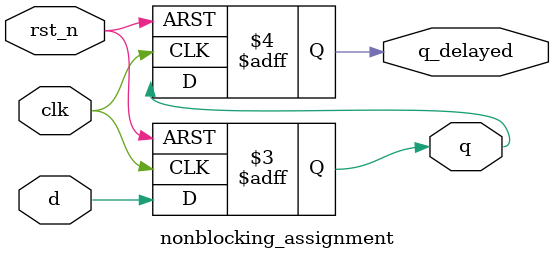
<source format=sv>
module nonblocking_assignment (
  input  logic clk,
  input  logic rst_n,
  input  logic d,
  output logic q,
  output logic q_delayed
);
  
  // Sequential logic with non-blocking assignments
  always_ff @(posedge clk or negedge rst_n) begin
    if (!rst_n) begin
      q <= 1'b0;
      q_delayed <= 1'b0;
    end else begin
      q <= d;           // q driven by d
      q_delayed <= q;   // q_delayed driven by q
    end
  end
  
endmodule


</source>
